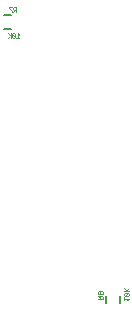
<source format=gbo>
G75*
%MOIN*%
%OFA0B0*%
%FSLAX25Y25*%
%IPPOS*%
%LPD*%
%AMOC8*
5,1,8,0,0,1.08239X$1,22.5*
%
%ADD10C,0.00600*%
%ADD11C,0.00100*%
D10*
X0109438Y0014319D02*
X0109438Y0016681D01*
X0114162Y0016681D02*
X0114162Y0014319D01*
X0077981Y0105638D02*
X0075619Y0105638D01*
X0075619Y0110362D02*
X0077981Y0110362D01*
D11*
X0107000Y0015603D02*
X0108501Y0015603D01*
X0108501Y0016354D01*
X0108251Y0016604D01*
X0107751Y0016604D01*
X0107500Y0016354D01*
X0107500Y0015603D01*
X0107500Y0016104D02*
X0107000Y0016604D01*
X0107250Y0017077D02*
X0107500Y0017077D01*
X0107751Y0017327D01*
X0107751Y0017827D01*
X0107500Y0018078D01*
X0107250Y0018078D01*
X0107000Y0017827D01*
X0107000Y0017327D01*
X0107250Y0017077D01*
X0107751Y0017327D02*
X0108001Y0017077D01*
X0108251Y0017077D01*
X0108501Y0017327D01*
X0108501Y0017827D01*
X0108251Y0018078D01*
X0108001Y0018078D01*
X0107751Y0017827D01*
X0115750Y0018077D02*
X0117251Y0018077D01*
X0117001Y0017604D02*
X0117251Y0017354D01*
X0117251Y0016854D01*
X0117001Y0016603D01*
X0116000Y0016603D01*
X0117001Y0017604D01*
X0116000Y0017604D01*
X0115750Y0017354D01*
X0115750Y0016854D01*
X0116000Y0016603D01*
X0115750Y0016131D02*
X0115750Y0015130D01*
X0115750Y0015631D02*
X0117251Y0015631D01*
X0116751Y0015130D01*
X0116250Y0018077D02*
X0117251Y0019078D01*
X0116501Y0018327D02*
X0115750Y0019078D01*
X0080750Y0102550D02*
X0079749Y0102550D01*
X0080250Y0102550D02*
X0080250Y0104051D01*
X0080750Y0103551D01*
X0079277Y0103801D02*
X0079027Y0104051D01*
X0078526Y0104051D01*
X0078276Y0103801D01*
X0079277Y0102800D01*
X0079027Y0102550D01*
X0078526Y0102550D01*
X0078276Y0102800D01*
X0078276Y0103801D01*
X0077803Y0104051D02*
X0077803Y0102550D01*
X0077803Y0103050D02*
X0076803Y0104051D01*
X0077553Y0103301D02*
X0076803Y0102550D01*
X0079277Y0102800D02*
X0079277Y0103801D01*
X0079750Y0111300D02*
X0079750Y0112801D01*
X0078999Y0112801D01*
X0078749Y0112551D01*
X0078749Y0112051D01*
X0078999Y0111800D01*
X0079750Y0111800D01*
X0079250Y0111800D02*
X0078749Y0111300D01*
X0078277Y0111300D02*
X0078277Y0111550D01*
X0077276Y0112551D01*
X0077276Y0112801D01*
X0078277Y0112801D01*
M02*

</source>
